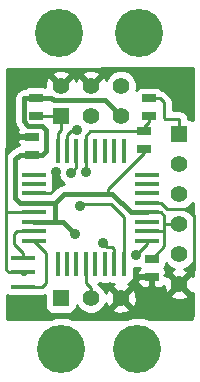
<source format=gtl>
%FSLAX34Y34*%
G04 Gerber Fmt 3.4, Leading zero omitted, Abs format*
G04 (created by PCBNEW (2013-11-28 BZR 4510)-product) date Thu 12 Jun 2014 08:21:47 PM EDT*
%MOIN*%
G01*
G70*
G90*
G04 APERTURE LIST*
%ADD10C,0.005906*%
%ADD11R,0.078700X0.017700*%
%ADD12R,0.017700X0.078700*%
%ADD13R,0.055000X0.055000*%
%ADD14C,0.055000*%
%ADD15C,0.160000*%
%ADD16R,0.078740X0.015748*%
%ADD17R,0.045000X0.025000*%
%ADD18C,0.035000*%
%ADD19C,0.010000*%
%ADD20C,0.015000*%
G04 APERTURE END LIST*
G54D10*
G54D11*
X50254Y-37193D03*
X50254Y-36878D03*
X50254Y-36563D03*
X50254Y-36248D03*
X50254Y-35933D03*
X50254Y-35618D03*
X50254Y-35303D03*
X50254Y-34988D03*
X54020Y-34990D03*
X54020Y-37200D03*
X54020Y-36880D03*
X54020Y-36560D03*
X54020Y-36250D03*
X54020Y-35930D03*
X54020Y-35620D03*
X54020Y-35300D03*
G54D12*
X51038Y-34200D03*
X51352Y-34200D03*
X51668Y-34200D03*
X51982Y-34200D03*
X52298Y-34200D03*
X52612Y-34200D03*
X52928Y-34200D03*
X53242Y-34200D03*
X51040Y-37980D03*
X51350Y-37980D03*
X51670Y-37980D03*
X51980Y-37980D03*
X52290Y-37980D03*
X52610Y-37980D03*
X52930Y-37980D03*
X53250Y-37980D03*
G54D13*
X51150Y-39100D03*
G54D14*
X52150Y-39100D03*
X53150Y-39100D03*
G54D13*
X51150Y-33025D03*
G54D14*
X52150Y-33025D03*
X53150Y-33025D03*
X51150Y-32025D03*
X52150Y-32025D03*
X53150Y-32025D03*
G54D15*
X51090Y-30270D03*
X53750Y-30270D03*
X51170Y-40800D03*
X53700Y-40800D03*
G54D16*
X49900Y-38722D03*
X49900Y-38250D03*
X49900Y-37777D03*
G54D17*
X50175Y-34325D03*
X50175Y-33725D03*
X54175Y-37800D03*
X54175Y-38400D03*
X54075Y-33050D03*
X54075Y-32450D03*
G54D13*
X55100Y-33650D03*
G54D14*
X55100Y-34650D03*
X55100Y-35650D03*
X55100Y-36650D03*
X55100Y-37650D03*
X55100Y-38650D03*
G54D17*
X50325Y-33025D03*
X50325Y-32425D03*
X53925Y-34150D03*
X53925Y-33550D03*
G54D18*
X50980Y-34920D03*
X51775Y-36025D03*
X52550Y-37275D03*
X51975Y-34900D03*
X51475Y-34925D03*
X53650Y-37675D03*
X51700Y-33500D03*
X51625Y-36975D03*
G54D19*
X51150Y-33025D02*
X50325Y-33025D01*
X51150Y-33025D02*
X51150Y-33500D01*
X51038Y-33612D02*
X51038Y-34200D01*
X51150Y-33500D02*
X51038Y-33612D01*
X54020Y-35930D02*
X54480Y-35930D01*
X55590Y-38160D02*
X55100Y-38650D01*
X55590Y-36350D02*
X55590Y-38160D01*
X55390Y-36150D02*
X55590Y-36350D01*
X54700Y-36150D02*
X55390Y-36150D01*
X54480Y-35930D02*
X54700Y-36150D01*
X50254Y-35618D02*
X50792Y-35618D01*
X50980Y-35430D02*
X50980Y-34920D01*
X50792Y-35618D02*
X50980Y-35430D01*
X50254Y-36248D02*
X49330Y-36248D01*
X49340Y-36240D02*
X49330Y-36240D01*
X49338Y-36240D02*
X49340Y-36240D01*
X49330Y-36248D02*
X49338Y-36240D01*
X50175Y-33725D02*
X49725Y-33725D01*
X49410Y-38250D02*
X49900Y-38250D01*
X49330Y-38170D02*
X49410Y-38250D01*
X49330Y-34120D02*
X49330Y-36240D01*
X49330Y-36240D02*
X49330Y-38170D01*
X49725Y-33725D02*
X49330Y-34120D01*
X53250Y-36400D02*
X53250Y-37980D01*
X52825Y-35975D02*
X53250Y-36400D01*
X51825Y-35975D02*
X52825Y-35975D01*
X51775Y-36025D02*
X51825Y-35975D01*
X52930Y-37480D02*
X52930Y-37980D01*
X52850Y-37400D02*
X52930Y-37480D01*
X52675Y-37400D02*
X52850Y-37400D01*
X52550Y-37275D02*
X52675Y-37400D01*
X52150Y-39100D02*
X52150Y-38775D01*
X51980Y-38605D02*
X51980Y-37980D01*
X52150Y-38775D02*
X51980Y-38605D01*
X49900Y-37777D02*
X49900Y-37600D01*
X49697Y-36878D02*
X50254Y-36878D01*
X49600Y-36975D02*
X49697Y-36878D01*
X49600Y-37300D02*
X49600Y-36975D01*
X49900Y-37600D02*
X49600Y-37300D01*
X49900Y-38722D02*
X50527Y-38722D01*
X50650Y-37589D02*
X50254Y-37193D01*
X50650Y-38600D02*
X50650Y-37589D01*
X50527Y-38722D02*
X50650Y-38600D01*
X53925Y-33550D02*
X53925Y-33400D01*
X54075Y-33250D02*
X54075Y-33050D01*
X53925Y-33400D02*
X54075Y-33250D01*
X51982Y-34893D02*
X51982Y-34200D01*
X51975Y-34900D02*
X51982Y-34893D01*
X53925Y-33550D02*
X52125Y-33550D01*
X51982Y-33693D02*
X51982Y-33700D01*
X51982Y-33700D02*
X51982Y-34200D01*
X52125Y-33550D02*
X51982Y-33693D01*
X55100Y-33650D02*
X55100Y-33150D01*
X54450Y-32450D02*
X54075Y-32450D01*
X54575Y-32575D02*
X54450Y-32450D01*
X54575Y-33100D02*
X54575Y-32575D01*
X54625Y-33150D02*
X54575Y-33100D01*
X55100Y-33150D02*
X54625Y-33150D01*
X51668Y-34732D02*
X51668Y-34200D01*
X51475Y-34925D02*
X51668Y-34732D01*
X54020Y-37305D02*
X54020Y-37200D01*
X53650Y-37675D02*
X54020Y-37305D01*
X51352Y-33673D02*
X51352Y-34200D01*
X51475Y-33550D02*
X51352Y-33673D01*
X51650Y-33550D02*
X51475Y-33550D01*
X51700Y-33500D02*
X51650Y-33550D01*
G54D20*
X50650Y-33510D02*
X50510Y-33370D01*
X50070Y-33370D02*
X49910Y-33210D01*
X50510Y-33370D02*
X50070Y-33370D01*
X50175Y-34325D02*
X50525Y-34325D01*
X50525Y-34325D02*
X50650Y-34200D01*
X50650Y-34200D02*
X50650Y-33510D01*
X49910Y-33210D02*
X49910Y-32450D01*
X49910Y-32450D02*
X49935Y-32425D01*
X49935Y-32425D02*
X50325Y-32425D01*
X50325Y-32425D02*
X50835Y-32425D01*
X50835Y-32425D02*
X50910Y-32500D01*
X50910Y-32500D02*
X52625Y-32500D01*
X52625Y-32500D02*
X53150Y-33025D01*
G54D19*
X52625Y-32500D02*
X53150Y-33025D01*
X50910Y-32500D02*
X52625Y-32500D01*
X50835Y-32425D02*
X50910Y-32500D01*
X49935Y-32425D02*
X50835Y-32425D01*
X49910Y-32450D02*
X49935Y-32425D01*
X49910Y-33210D02*
X49910Y-32450D01*
X50650Y-34200D02*
X50650Y-33510D01*
X50525Y-34325D02*
X50650Y-34200D01*
X53925Y-34150D02*
X53925Y-34275D01*
X52725Y-35475D02*
X52725Y-35625D01*
X53925Y-34275D02*
X52725Y-35475D01*
G54D20*
X50942Y-35933D02*
X50942Y-36563D01*
X50950Y-36550D02*
X50950Y-36563D01*
X50950Y-36555D02*
X50950Y-36550D01*
X50942Y-36563D02*
X50950Y-36555D01*
X50254Y-36563D02*
X50950Y-36563D01*
X50950Y-36563D02*
X51213Y-36563D01*
X51213Y-36563D02*
X51625Y-36975D01*
X54020Y-36250D02*
X53475Y-36250D01*
X50942Y-35933D02*
X50254Y-35933D01*
X51250Y-35625D02*
X50942Y-35933D01*
X52850Y-35625D02*
X52725Y-35625D01*
X52725Y-35625D02*
X51250Y-35625D01*
X53475Y-36250D02*
X52850Y-35625D01*
G54D19*
X55100Y-36650D02*
X54600Y-36650D01*
X54600Y-36650D02*
X54625Y-36650D01*
X54625Y-36650D02*
X54600Y-36650D01*
G54D20*
X49625Y-34475D02*
X49775Y-34325D01*
X49775Y-34325D02*
X50175Y-34325D01*
X49625Y-34475D02*
X49625Y-35775D01*
X50254Y-35933D02*
X49783Y-35933D01*
X49625Y-35775D02*
X49783Y-35933D01*
G54D19*
X54505Y-36880D02*
X54575Y-36880D01*
X54575Y-36880D02*
X54600Y-36880D01*
X54575Y-36900D02*
X54600Y-36900D01*
X54580Y-36900D02*
X54575Y-36900D01*
X54600Y-36880D02*
X54580Y-36900D01*
X54020Y-36250D02*
X54475Y-36250D01*
X54475Y-36250D02*
X54600Y-36375D01*
X54600Y-36375D02*
X54600Y-36650D01*
X54600Y-36650D02*
X54600Y-36900D01*
X54600Y-36900D02*
X54600Y-36975D01*
X54175Y-37800D02*
X54600Y-37375D01*
X54505Y-36880D02*
X54020Y-36880D01*
X54600Y-37375D02*
X54600Y-36975D01*
G54D10*
G36*
X49957Y-38289D02*
X49950Y-38289D01*
X49950Y-38307D01*
X49850Y-38307D01*
X49850Y-38289D01*
X49842Y-38289D01*
X49842Y-38210D01*
X49850Y-38210D01*
X49850Y-38192D01*
X49950Y-38192D01*
X49950Y-38210D01*
X49957Y-38210D01*
X49957Y-38289D01*
X49957Y-38289D01*
G37*
G54D19*
X49957Y-38289D02*
X49950Y-38289D01*
X49950Y-38307D01*
X49850Y-38307D01*
X49850Y-38289D01*
X49842Y-38289D01*
X49842Y-38210D01*
X49850Y-38210D01*
X49850Y-38192D01*
X49950Y-38192D01*
X49950Y-38210D01*
X49957Y-38210D01*
X49957Y-38289D01*
G54D10*
G36*
X51269Y-35300D02*
X51250Y-35300D01*
X51250Y-35299D01*
X51125Y-35324D01*
X51020Y-35395D01*
X51020Y-35395D01*
X50897Y-35517D01*
X50847Y-35567D01*
X50840Y-35567D01*
X50897Y-35511D01*
X50897Y-35479D01*
X50889Y-35460D01*
X50897Y-35441D01*
X50897Y-35341D01*
X50897Y-35164D01*
X50889Y-35145D01*
X50897Y-35126D01*
X50897Y-35026D01*
X50897Y-34849D01*
X50893Y-34841D01*
X50899Y-34843D01*
X50999Y-34843D01*
X51050Y-34843D01*
X51049Y-35009D01*
X51114Y-35165D01*
X51233Y-35285D01*
X51269Y-35300D01*
X51269Y-35300D01*
G37*
G54D19*
X51269Y-35300D02*
X51250Y-35300D01*
X51250Y-35299D01*
X51125Y-35324D01*
X51020Y-35395D01*
X51020Y-35395D01*
X50897Y-35517D01*
X50847Y-35567D01*
X50840Y-35567D01*
X50897Y-35511D01*
X50897Y-35479D01*
X50889Y-35460D01*
X50897Y-35441D01*
X50897Y-35341D01*
X50897Y-35164D01*
X50889Y-35145D01*
X50897Y-35126D01*
X50897Y-35026D01*
X50897Y-34849D01*
X50893Y-34841D01*
X50899Y-34843D01*
X50999Y-34843D01*
X51050Y-34843D01*
X51049Y-35009D01*
X51114Y-35165D01*
X51233Y-35285D01*
X51269Y-35300D01*
G54D10*
G36*
X55540Y-33186D02*
X55516Y-33163D01*
X55424Y-33125D01*
X55395Y-33125D01*
X55377Y-33035D01*
X55312Y-32937D01*
X55214Y-32872D01*
X55100Y-32850D01*
X54875Y-32850D01*
X54875Y-32575D01*
X54852Y-32460D01*
X54852Y-32460D01*
X54826Y-32421D01*
X54787Y-32362D01*
X54662Y-32237D01*
X54564Y-32172D01*
X54485Y-32157D01*
X54441Y-32113D01*
X54349Y-32075D01*
X54250Y-32075D01*
X53800Y-32075D01*
X53708Y-32113D01*
X53663Y-32158D01*
X53674Y-32129D01*
X53675Y-31921D01*
X53595Y-31728D01*
X53447Y-31580D01*
X53254Y-31500D01*
X53046Y-31499D01*
X52853Y-31579D01*
X52705Y-31727D01*
X52652Y-31853D01*
X52610Y-31752D01*
X52517Y-31727D01*
X52447Y-31798D01*
X52447Y-31657D01*
X52422Y-31564D01*
X52225Y-31495D01*
X52017Y-31506D01*
X51877Y-31564D01*
X51852Y-31657D01*
X52150Y-31954D01*
X52447Y-31657D01*
X52447Y-31798D01*
X52220Y-32025D01*
X52226Y-32030D01*
X52155Y-32101D01*
X52150Y-32095D01*
X52144Y-32101D01*
X52073Y-32030D01*
X52079Y-32025D01*
X51782Y-31727D01*
X51689Y-31752D01*
X51653Y-31855D01*
X51610Y-31752D01*
X51517Y-31727D01*
X51447Y-31798D01*
X51447Y-31657D01*
X51422Y-31564D01*
X51225Y-31495D01*
X51017Y-31506D01*
X50877Y-31564D01*
X50852Y-31657D01*
X51150Y-31954D01*
X51447Y-31657D01*
X51447Y-31798D01*
X51220Y-32025D01*
X51226Y-32030D01*
X51155Y-32101D01*
X51150Y-32095D01*
X51144Y-32101D01*
X51073Y-32030D01*
X51079Y-32025D01*
X50782Y-31727D01*
X50689Y-31752D01*
X50620Y-31949D01*
X50626Y-32060D01*
X50599Y-32050D01*
X50500Y-32050D01*
X50050Y-32050D01*
X49958Y-32088D01*
X49946Y-32100D01*
X49935Y-32100D01*
X49935Y-32099D01*
X49810Y-32124D01*
X49705Y-32195D01*
X49705Y-32195D01*
X49680Y-32220D01*
X49609Y-32325D01*
X49585Y-32450D01*
X49585Y-33210D01*
X49609Y-33334D01*
X49680Y-33439D01*
X49726Y-33486D01*
X49700Y-33550D01*
X49700Y-33612D01*
X49762Y-33675D01*
X49969Y-33675D01*
X49969Y-33675D01*
X50070Y-33695D01*
X50232Y-33695D01*
X50232Y-33775D01*
X50225Y-33775D01*
X50225Y-33782D01*
X50125Y-33782D01*
X50125Y-33775D01*
X49762Y-33775D01*
X49700Y-33837D01*
X49700Y-33899D01*
X49738Y-33991D01*
X49751Y-34004D01*
X49650Y-34024D01*
X49545Y-34095D01*
X49545Y-34095D01*
X49395Y-34245D01*
X49359Y-34298D01*
X49359Y-31479D01*
X55540Y-31450D01*
X55540Y-33186D01*
X55540Y-33186D01*
G37*
G54D19*
X55540Y-33186D02*
X55516Y-33163D01*
X55424Y-33125D01*
X55395Y-33125D01*
X55377Y-33035D01*
X55312Y-32937D01*
X55214Y-32872D01*
X55100Y-32850D01*
X54875Y-32850D01*
X54875Y-32575D01*
X54852Y-32460D01*
X54852Y-32460D01*
X54826Y-32421D01*
X54787Y-32362D01*
X54662Y-32237D01*
X54564Y-32172D01*
X54485Y-32157D01*
X54441Y-32113D01*
X54349Y-32075D01*
X54250Y-32075D01*
X53800Y-32075D01*
X53708Y-32113D01*
X53663Y-32158D01*
X53674Y-32129D01*
X53675Y-31921D01*
X53595Y-31728D01*
X53447Y-31580D01*
X53254Y-31500D01*
X53046Y-31499D01*
X52853Y-31579D01*
X52705Y-31727D01*
X52652Y-31853D01*
X52610Y-31752D01*
X52517Y-31727D01*
X52447Y-31798D01*
X52447Y-31657D01*
X52422Y-31564D01*
X52225Y-31495D01*
X52017Y-31506D01*
X51877Y-31564D01*
X51852Y-31657D01*
X52150Y-31954D01*
X52447Y-31657D01*
X52447Y-31798D01*
X52220Y-32025D01*
X52226Y-32030D01*
X52155Y-32101D01*
X52150Y-32095D01*
X52144Y-32101D01*
X52073Y-32030D01*
X52079Y-32025D01*
X51782Y-31727D01*
X51689Y-31752D01*
X51653Y-31855D01*
X51610Y-31752D01*
X51517Y-31727D01*
X51447Y-31798D01*
X51447Y-31657D01*
X51422Y-31564D01*
X51225Y-31495D01*
X51017Y-31506D01*
X50877Y-31564D01*
X50852Y-31657D01*
X51150Y-31954D01*
X51447Y-31657D01*
X51447Y-31798D01*
X51220Y-32025D01*
X51226Y-32030D01*
X51155Y-32101D01*
X51150Y-32095D01*
X51144Y-32101D01*
X51073Y-32030D01*
X51079Y-32025D01*
X50782Y-31727D01*
X50689Y-31752D01*
X50620Y-31949D01*
X50626Y-32060D01*
X50599Y-32050D01*
X50500Y-32050D01*
X50050Y-32050D01*
X49958Y-32088D01*
X49946Y-32100D01*
X49935Y-32100D01*
X49935Y-32099D01*
X49810Y-32124D01*
X49705Y-32195D01*
X49705Y-32195D01*
X49680Y-32220D01*
X49609Y-32325D01*
X49585Y-32450D01*
X49585Y-33210D01*
X49609Y-33334D01*
X49680Y-33439D01*
X49726Y-33486D01*
X49700Y-33550D01*
X49700Y-33612D01*
X49762Y-33675D01*
X49969Y-33675D01*
X49969Y-33675D01*
X50070Y-33695D01*
X50232Y-33695D01*
X50232Y-33775D01*
X50225Y-33775D01*
X50225Y-33782D01*
X50125Y-33782D01*
X50125Y-33775D01*
X49762Y-33775D01*
X49700Y-33837D01*
X49700Y-33899D01*
X49738Y-33991D01*
X49751Y-34004D01*
X49650Y-34024D01*
X49545Y-34095D01*
X49545Y-34095D01*
X49395Y-34245D01*
X49359Y-34298D01*
X49359Y-31479D01*
X55540Y-31450D01*
X55540Y-33186D01*
G54D10*
G36*
X55540Y-36347D02*
X55397Y-36205D01*
X55264Y-36149D01*
X55397Y-36095D01*
X55540Y-35952D01*
X55540Y-36347D01*
X55540Y-36347D01*
G37*
G54D19*
X55540Y-36347D02*
X55397Y-36205D01*
X55264Y-36149D01*
X55397Y-36095D01*
X55540Y-35952D01*
X55540Y-36347D01*
G54D10*
G36*
X55540Y-39630D02*
X55508Y-39819D01*
X55397Y-39819D01*
X55397Y-39017D01*
X55100Y-38720D01*
X55029Y-38791D01*
X54802Y-39017D01*
X54827Y-39110D01*
X55024Y-39179D01*
X55232Y-39168D01*
X55372Y-39110D01*
X55397Y-39017D01*
X55397Y-39819D01*
X54125Y-39817D01*
X54125Y-38712D01*
X54125Y-38450D01*
X53762Y-38450D01*
X53700Y-38512D01*
X53700Y-38574D01*
X53738Y-38666D01*
X53808Y-38736D01*
X53900Y-38775D01*
X53999Y-38775D01*
X54062Y-38775D01*
X54125Y-38712D01*
X54125Y-39817D01*
X54071Y-39817D01*
X53909Y-39750D01*
X53679Y-39749D01*
X53679Y-39175D01*
X53668Y-38967D01*
X53610Y-38827D01*
X53517Y-38802D01*
X53220Y-39100D01*
X53517Y-39397D01*
X53610Y-39372D01*
X53679Y-39175D01*
X53679Y-39749D01*
X53492Y-39749D01*
X53447Y-39768D01*
X53447Y-39467D01*
X53150Y-39170D01*
X52852Y-39467D01*
X52877Y-39560D01*
X53074Y-39629D01*
X53282Y-39618D01*
X53422Y-39560D01*
X53447Y-39467D01*
X53447Y-39768D01*
X53331Y-39816D01*
X51532Y-39813D01*
X51379Y-39750D01*
X50962Y-39749D01*
X50810Y-39812D01*
X49369Y-39810D01*
X49359Y-39767D01*
X49359Y-39008D01*
X49364Y-39013D01*
X49456Y-39051D01*
X49556Y-39051D01*
X50343Y-39051D01*
X50412Y-39022D01*
X50527Y-39022D01*
X50527Y-39022D01*
X50625Y-39003D01*
X50625Y-39424D01*
X50663Y-39516D01*
X50733Y-39586D01*
X50825Y-39625D01*
X50924Y-39625D01*
X51474Y-39625D01*
X51566Y-39586D01*
X51636Y-39516D01*
X51675Y-39424D01*
X51675Y-39325D01*
X51675Y-39325D01*
X51704Y-39397D01*
X51852Y-39544D01*
X52045Y-39624D01*
X52253Y-39625D01*
X52447Y-39545D01*
X52594Y-39397D01*
X52647Y-39271D01*
X52689Y-39372D01*
X52782Y-39397D01*
X53079Y-39100D01*
X52782Y-38802D01*
X52689Y-38827D01*
X52650Y-38937D01*
X52595Y-38803D01*
X52447Y-38655D01*
X52414Y-38641D01*
X52402Y-38623D01*
X52428Y-38623D01*
X52449Y-38614D01*
X52471Y-38623D01*
X52571Y-38623D01*
X52748Y-38623D01*
X52769Y-38614D01*
X52791Y-38623D01*
X52891Y-38623D01*
X52915Y-38623D01*
X52877Y-38639D01*
X52852Y-38732D01*
X53150Y-39029D01*
X53447Y-38732D01*
X53422Y-38639D01*
X53377Y-38623D01*
X53388Y-38623D01*
X53480Y-38585D01*
X53550Y-38515D01*
X53588Y-38423D01*
X53588Y-38323D01*
X53588Y-38099D01*
X53734Y-38100D01*
X53760Y-38089D01*
X53771Y-38100D01*
X53738Y-38133D01*
X53700Y-38225D01*
X53700Y-38287D01*
X53762Y-38350D01*
X54125Y-38350D01*
X54125Y-38342D01*
X54225Y-38342D01*
X54225Y-38350D01*
X54232Y-38350D01*
X54232Y-38450D01*
X54225Y-38450D01*
X54225Y-38712D01*
X54287Y-38775D01*
X54350Y-38775D01*
X54449Y-38775D01*
X54541Y-38736D01*
X54577Y-38701D01*
X54581Y-38782D01*
X54639Y-38922D01*
X54732Y-38947D01*
X55029Y-38650D01*
X54732Y-38352D01*
X54650Y-38374D01*
X54650Y-38349D01*
X54587Y-38349D01*
X54650Y-38287D01*
X54650Y-38225D01*
X54611Y-38133D01*
X54578Y-38100D01*
X54611Y-38066D01*
X54650Y-37974D01*
X54650Y-37935D01*
X54654Y-37947D01*
X54802Y-38094D01*
X54928Y-38147D01*
X54827Y-38189D01*
X54802Y-38282D01*
X55100Y-38579D01*
X55397Y-38282D01*
X55372Y-38189D01*
X55262Y-38150D01*
X55397Y-38095D01*
X55540Y-37952D01*
X55540Y-38371D01*
X55467Y-38352D01*
X55170Y-38650D01*
X55467Y-38947D01*
X55540Y-38928D01*
X55540Y-39630D01*
X55540Y-39630D01*
G37*
G54D19*
X55540Y-39630D02*
X55508Y-39819D01*
X55397Y-39819D01*
X55397Y-39017D01*
X55100Y-38720D01*
X55029Y-38791D01*
X54802Y-39017D01*
X54827Y-39110D01*
X55024Y-39179D01*
X55232Y-39168D01*
X55372Y-39110D01*
X55397Y-39017D01*
X55397Y-39819D01*
X54125Y-39817D01*
X54125Y-38712D01*
X54125Y-38450D01*
X53762Y-38450D01*
X53700Y-38512D01*
X53700Y-38574D01*
X53738Y-38666D01*
X53808Y-38736D01*
X53900Y-38775D01*
X53999Y-38775D01*
X54062Y-38775D01*
X54125Y-38712D01*
X54125Y-39817D01*
X54071Y-39817D01*
X53909Y-39750D01*
X53679Y-39749D01*
X53679Y-39175D01*
X53668Y-38967D01*
X53610Y-38827D01*
X53517Y-38802D01*
X53220Y-39100D01*
X53517Y-39397D01*
X53610Y-39372D01*
X53679Y-39175D01*
X53679Y-39749D01*
X53492Y-39749D01*
X53447Y-39768D01*
X53447Y-39467D01*
X53150Y-39170D01*
X52852Y-39467D01*
X52877Y-39560D01*
X53074Y-39629D01*
X53282Y-39618D01*
X53422Y-39560D01*
X53447Y-39467D01*
X53447Y-39768D01*
X53331Y-39816D01*
X51532Y-39813D01*
X51379Y-39750D01*
X50962Y-39749D01*
X50810Y-39812D01*
X49369Y-39810D01*
X49359Y-39767D01*
X49359Y-39008D01*
X49364Y-39013D01*
X49456Y-39051D01*
X49556Y-39051D01*
X50343Y-39051D01*
X50412Y-39022D01*
X50527Y-39022D01*
X50527Y-39022D01*
X50625Y-39003D01*
X50625Y-39424D01*
X50663Y-39516D01*
X50733Y-39586D01*
X50825Y-39625D01*
X50924Y-39625D01*
X51474Y-39625D01*
X51566Y-39586D01*
X51636Y-39516D01*
X51675Y-39424D01*
X51675Y-39325D01*
X51675Y-39325D01*
X51704Y-39397D01*
X51852Y-39544D01*
X52045Y-39624D01*
X52253Y-39625D01*
X52447Y-39545D01*
X52594Y-39397D01*
X52647Y-39271D01*
X52689Y-39372D01*
X52782Y-39397D01*
X53079Y-39100D01*
X52782Y-38802D01*
X52689Y-38827D01*
X52650Y-38937D01*
X52595Y-38803D01*
X52447Y-38655D01*
X52414Y-38641D01*
X52402Y-38623D01*
X52428Y-38623D01*
X52449Y-38614D01*
X52471Y-38623D01*
X52571Y-38623D01*
X52748Y-38623D01*
X52769Y-38614D01*
X52791Y-38623D01*
X52891Y-38623D01*
X52915Y-38623D01*
X52877Y-38639D01*
X52852Y-38732D01*
X53150Y-39029D01*
X53447Y-38732D01*
X53422Y-38639D01*
X53377Y-38623D01*
X53388Y-38623D01*
X53480Y-38585D01*
X53550Y-38515D01*
X53588Y-38423D01*
X53588Y-38323D01*
X53588Y-38099D01*
X53734Y-38100D01*
X53760Y-38089D01*
X53771Y-38100D01*
X53738Y-38133D01*
X53700Y-38225D01*
X53700Y-38287D01*
X53762Y-38350D01*
X54125Y-38350D01*
X54125Y-38342D01*
X54225Y-38342D01*
X54225Y-38350D01*
X54232Y-38350D01*
X54232Y-38450D01*
X54225Y-38450D01*
X54225Y-38712D01*
X54287Y-38775D01*
X54350Y-38775D01*
X54449Y-38775D01*
X54541Y-38736D01*
X54577Y-38701D01*
X54581Y-38782D01*
X54639Y-38922D01*
X54732Y-38947D01*
X55029Y-38650D01*
X54732Y-38352D01*
X54650Y-38374D01*
X54650Y-38349D01*
X54587Y-38349D01*
X54650Y-38287D01*
X54650Y-38225D01*
X54611Y-38133D01*
X54578Y-38100D01*
X54611Y-38066D01*
X54650Y-37974D01*
X54650Y-37935D01*
X54654Y-37947D01*
X54802Y-38094D01*
X54928Y-38147D01*
X54827Y-38189D01*
X54802Y-38282D01*
X55100Y-38579D01*
X55397Y-38282D01*
X55372Y-38189D01*
X55262Y-38150D01*
X55397Y-38095D01*
X55540Y-37952D01*
X55540Y-38371D01*
X55467Y-38352D01*
X55170Y-38650D01*
X55467Y-38947D01*
X55540Y-38928D01*
X55540Y-39630D01*
M02*

</source>
